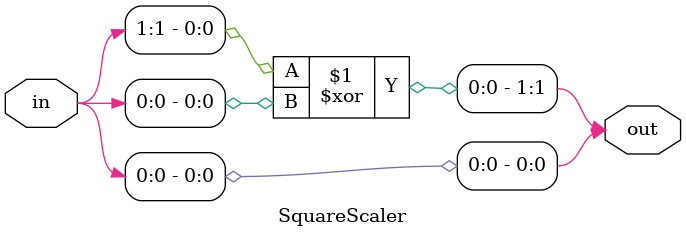
<source format=v>
module SquareScaler(
        input[1:0] in, 
        output[1:0] out 
    );
    
    //assign out[1:0] = in[1:0];
    
    //normal basis scalers
    
    //assign out[1] = in[1] ^ in[0];
    //assign out[0] = in[1];
    
    //assign out[1] = in[0];
    //assign out[0] = in[1] ^ in[0];
    
    assign out[1] = in[1] ^ in[0];
    assign out[0] = in[0];
    
    //assign out[1] = in[1];
    //assign out[0] = in[1] ^ in[0];
    
    
    //---------------------------------
    
    //poly basis scalers
    
    //assign out[1] = in[1] ^ in[0];
    //assign out[0] = in[1];
    
    //assign out[1] = in[0];
    //assign out[0] = in[1] ^ in[0];
    
    //assign out[1] = in[0];
    //assign out[0] = in[1];
    
    //assign out[1] = in[1] ^ in[0];
    //assign out[0] = in[0];
    

endmodule
</source>
